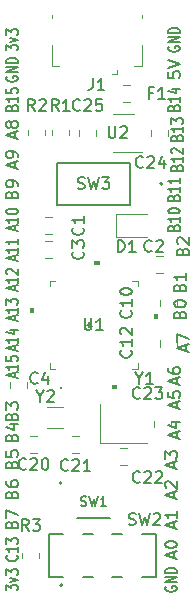
<source format=gbr>
%TF.GenerationSoftware,KiCad,Pcbnew,(5.1.10)-1*%
%TF.CreationDate,2022-01-04T20:26:21-05:00*%
%TF.ProjectId,STM32G441DevBoard,53544d33-3247-4343-9431-446576426f61,rev?*%
%TF.SameCoordinates,Original*%
%TF.FileFunction,Legend,Top*%
%TF.FilePolarity,Positive*%
%FSLAX46Y46*%
G04 Gerber Fmt 4.6, Leading zero omitted, Abs format (unit mm)*
G04 Created by KiCad (PCBNEW (5.1.10)-1) date 2022-01-04 20:26:21*
%MOMM*%
%LPD*%
G01*
G04 APERTURE LIST*
%ADD10C,0.120000*%
%ADD11C,0.100000*%
%ADD12C,0.200000*%
%ADD13C,0.127000*%
%ADD14C,0.150000*%
G04 APERTURE END LIST*
D10*
%TO.C,U1*%
X56553100Y-100241100D02*
X56553100Y-99755140D01*
X56553100Y-92798900D02*
X56067140Y-92798900D01*
X49110900Y-92798900D02*
X49110900Y-93284860D01*
X49110900Y-100241100D02*
X49596860Y-100241100D01*
X56067140Y-100241100D02*
X56553100Y-100241100D01*
X56553100Y-93284860D02*
X56553100Y-92798900D01*
X49596860Y-92798900D02*
X49110900Y-92798900D01*
X49110900Y-99755140D02*
X49110900Y-100241100D01*
D11*
G36*
X54391499Y-101874899D02*
G01*
X54772499Y-101874899D01*
X54772499Y-101620899D01*
X54391499Y-101620899D01*
X54391499Y-101874899D01*
G37*
X54391499Y-101874899D02*
X54772499Y-101874899D01*
X54772499Y-101620899D01*
X54391499Y-101620899D01*
X54391499Y-101874899D01*
G36*
X57932899Y-95960499D02*
G01*
X58186899Y-95960499D01*
X58186899Y-95579499D01*
X57932899Y-95579499D01*
X57932899Y-95960499D01*
G37*
X57932899Y-95960499D02*
X58186899Y-95960499D01*
X58186899Y-95579499D01*
X57932899Y-95579499D01*
X57932899Y-95960499D01*
G36*
X52891499Y-91165101D02*
G01*
X53272500Y-91165101D01*
X53272500Y-91419101D01*
X52891499Y-91419101D01*
X52891499Y-91165101D01*
G37*
X52891499Y-91165101D02*
X53272500Y-91165101D01*
X53272500Y-91419101D01*
X52891499Y-91419101D01*
X52891499Y-91165101D01*
G36*
X47731101Y-95460500D02*
G01*
X47477101Y-95460500D01*
X47477101Y-95079500D01*
X47731101Y-95079500D01*
X47731101Y-95460500D01*
G37*
X47731101Y-95460500D02*
X47477101Y-95460500D01*
X47477101Y-95079500D01*
X47731101Y-95079500D01*
X47731101Y-95460500D01*
D10*
X50158200Y-101870901D02*
G75*
G03*
X50158200Y-101870901I-76200J0D01*
G01*
D12*
%TO.C,SW3*%
X58682000Y-84582000D02*
G75*
G03*
X58682000Y-84582000I-100000J0D01*
G01*
D13*
X55932000Y-82812000D02*
X55932000Y-86352000D01*
X49732000Y-82812000D02*
X55932000Y-82812000D01*
X49732000Y-86352000D02*
X49732000Y-82812000D01*
X55932000Y-86352000D02*
X49732000Y-86352000D01*
D10*
%TO.C,Y2*%
X50205000Y-103519000D02*
X48855000Y-103519000D01*
X50205000Y-105269000D02*
X48855000Y-105269000D01*
%TO.C,Y1*%
X53372000Y-103252000D02*
X53372000Y-106552000D01*
X53372000Y-106552000D02*
X57372000Y-106552000D01*
%TO.C,U2*%
X56272000Y-78654000D02*
X54472000Y-78654000D01*
X54472000Y-81874000D02*
X56922000Y-81874000D01*
D13*
%TO.C,SW2*%
X49094000Y-114278000D02*
X50274000Y-114278000D01*
X56914000Y-114278000D02*
X58094000Y-114278000D01*
X58094000Y-114278000D02*
X58094000Y-117878000D01*
X58094000Y-117878000D02*
X56914000Y-117878000D01*
X50274000Y-117878000D02*
X49094000Y-117878000D01*
X49094000Y-117878000D02*
X49094000Y-114278000D01*
D12*
X50194000Y-118578000D02*
G75*
G03*
X50194000Y-118578000I-100000J0D01*
G01*
D13*
X52774000Y-117878000D02*
X51914000Y-117878000D01*
X51914000Y-114278000D02*
X52774000Y-114278000D01*
X55274000Y-117878000D02*
X54414000Y-117878000D01*
X54414000Y-114278000D02*
X55274000Y-114278000D01*
%TO.C,SW1*%
X51432000Y-112906000D02*
X54232000Y-112906000D01*
D12*
X50132000Y-109906000D02*
G75*
G03*
X50132000Y-109906000I-100000J0D01*
G01*
D10*
%TO.C,R3*%
X46763000Y-116305064D02*
X46763000Y-115850936D01*
X48233000Y-116305064D02*
X48233000Y-115850936D01*
%TO.C,R2*%
X47271000Y-80491064D02*
X47271000Y-80036936D01*
X48741000Y-80491064D02*
X48741000Y-80036936D01*
%TO.C,R1*%
X49303000Y-80491064D02*
X49303000Y-80036936D01*
X50773000Y-80491064D02*
X50773000Y-80036936D01*
%TO.C,J1*%
X56896000Y-74608000D02*
X56236000Y-74608000D01*
X56896000Y-72878000D02*
X56896000Y-74608000D01*
X49276000Y-70308000D02*
X49276000Y-70518000D01*
X56896000Y-70308000D02*
X56896000Y-70518000D01*
X49276000Y-72878000D02*
X49276000Y-74608000D01*
X49276000Y-74608000D02*
X49926000Y-74608000D01*
X54846000Y-75308000D02*
X54396000Y-75308000D01*
X54846000Y-75308000D02*
X54846000Y-74918000D01*
%TO.C,F1*%
X55884578Y-77672000D02*
X55367422Y-77672000D01*
X55884578Y-76252000D02*
X55367422Y-76252000D01*
%TO.C,D1*%
X57388000Y-87178000D02*
X54703000Y-87178000D01*
X54703000Y-87178000D02*
X54703000Y-89098000D01*
X54703000Y-89098000D02*
X57388000Y-89098000D01*
%TO.C,C25*%
X51589000Y-80525252D02*
X51589000Y-80002748D01*
X53059000Y-80525252D02*
X53059000Y-80002748D01*
%TO.C,C24*%
X59155000Y-80002748D02*
X59155000Y-80525252D01*
X57685000Y-80002748D02*
X57685000Y-80525252D01*
%TO.C,C23*%
X57939000Y-105163252D02*
X57939000Y-104640748D01*
X59409000Y-105163252D02*
X59409000Y-104640748D01*
%TO.C,C22*%
X55633252Y-108431000D02*
X55110748Y-108431000D01*
X55633252Y-106961000D02*
X55110748Y-106961000D01*
%TO.C,C21*%
X51046748Y-105945000D02*
X51569252Y-105945000D01*
X51046748Y-107415000D02*
X51569252Y-107415000D01*
%TO.C,C20*%
X48013252Y-107415000D02*
X47490748Y-107415000D01*
X48013252Y-105945000D02*
X47490748Y-105945000D01*
%TO.C,C12*%
X59917000Y-97848748D02*
X59917000Y-98371252D01*
X58447000Y-97848748D02*
X58447000Y-98371252D01*
%TO.C,C10*%
X59917000Y-94414748D02*
X59917000Y-94937252D01*
X58447000Y-94414748D02*
X58447000Y-94937252D01*
%TO.C,C4*%
X45747000Y-101861252D02*
X45747000Y-101338748D01*
X47217000Y-101861252D02*
X47217000Y-101338748D01*
%TO.C,C3*%
X48760748Y-89435000D02*
X49283252Y-89435000D01*
X48760748Y-90905000D02*
X49283252Y-90905000D01*
%TO.C,C2*%
X58158748Y-90705000D02*
X58681252Y-90705000D01*
X58158748Y-92175000D02*
X58681252Y-92175000D01*
%TO.C,C1*%
X48760748Y-87403000D02*
X49283252Y-87403000D01*
X48760748Y-88873000D02*
X49283252Y-88873000D01*
%TO.C,3v3*%
D14*
X45426380Y-73297142D02*
X45426380Y-72825428D01*
X45807333Y-73079428D01*
X45807333Y-72970571D01*
X45854952Y-72898000D01*
X45902571Y-72861714D01*
X45997809Y-72825428D01*
X46235904Y-72825428D01*
X46331142Y-72861714D01*
X46378761Y-72898000D01*
X46426380Y-72970571D01*
X46426380Y-73188285D01*
X46378761Y-73260857D01*
X46331142Y-73297142D01*
X45759714Y-72571428D02*
X46426380Y-72390000D01*
X45759714Y-72208571D01*
X45426380Y-71990857D02*
X45426380Y-71519142D01*
X45807333Y-71773142D01*
X45807333Y-71664285D01*
X45854952Y-71591714D01*
X45902571Y-71555428D01*
X45997809Y-71519142D01*
X46235904Y-71519142D01*
X46331142Y-71555428D01*
X46378761Y-71591714D01*
X46426380Y-71664285D01*
X46426380Y-71882000D01*
X46378761Y-71954571D01*
X46331142Y-71990857D01*
%TO.C,U1*%
X52070095Y-95972380D02*
X52070095Y-96781904D01*
X52117714Y-96877142D01*
X52165333Y-96924761D01*
X52260571Y-96972380D01*
X52451047Y-96972380D01*
X52546285Y-96924761D01*
X52593904Y-96877142D01*
X52641523Y-96781904D01*
X52641523Y-95972380D01*
X53641523Y-96972380D02*
X53070095Y-96972380D01*
X53355809Y-96972380D02*
X53355809Y-95972380D01*
X53260571Y-96115238D01*
X53165333Y-96210476D01*
X53070095Y-96258095D01*
X52284380Y-96520000D02*
X52522476Y-96520000D01*
X52427238Y-96758095D02*
X52522476Y-96520000D01*
X52427238Y-96281904D01*
X52712952Y-96662857D02*
X52522476Y-96520000D01*
X52712952Y-96377142D01*
%TO.C,SW3*%
X51498666Y-84986761D02*
X51641523Y-85034380D01*
X51879619Y-85034380D01*
X51974857Y-84986761D01*
X52022476Y-84939142D01*
X52070095Y-84843904D01*
X52070095Y-84748666D01*
X52022476Y-84653428D01*
X51974857Y-84605809D01*
X51879619Y-84558190D01*
X51689142Y-84510571D01*
X51593904Y-84462952D01*
X51546285Y-84415333D01*
X51498666Y-84320095D01*
X51498666Y-84224857D01*
X51546285Y-84129619D01*
X51593904Y-84082000D01*
X51689142Y-84034380D01*
X51927238Y-84034380D01*
X52070095Y-84082000D01*
X52403428Y-84034380D02*
X52641523Y-85034380D01*
X52832000Y-84320095D01*
X53022476Y-85034380D01*
X53260571Y-84034380D01*
X53546285Y-84034380D02*
X54165333Y-84034380D01*
X53832000Y-84415333D01*
X53974857Y-84415333D01*
X54070095Y-84462952D01*
X54117714Y-84510571D01*
X54165333Y-84605809D01*
X54165333Y-84843904D01*
X54117714Y-84939142D01*
X54070095Y-84986761D01*
X53974857Y-85034380D01*
X53689142Y-85034380D01*
X53593904Y-84986761D01*
X53546285Y-84939142D01*
%TO.C,Y2*%
X48291809Y-102592190D02*
X48291809Y-103068380D01*
X47958476Y-102068380D02*
X48291809Y-102592190D01*
X48625142Y-102068380D01*
X48910857Y-102163619D02*
X48958476Y-102116000D01*
X49053714Y-102068380D01*
X49291809Y-102068380D01*
X49387047Y-102116000D01*
X49434666Y-102163619D01*
X49482285Y-102258857D01*
X49482285Y-102354095D01*
X49434666Y-102496952D01*
X48863238Y-103068380D01*
X49482285Y-103068380D01*
%TO.C,Y1*%
X56673809Y-101068190D02*
X56673809Y-101544380D01*
X56340476Y-100544380D02*
X56673809Y-101068190D01*
X57007142Y-100544380D01*
X57864285Y-101544380D02*
X57292857Y-101544380D01*
X57578571Y-101544380D02*
X57578571Y-100544380D01*
X57483333Y-100687238D01*
X57388095Y-100782476D01*
X57292857Y-100830095D01*
%TO.C,U2*%
X54102095Y-79716380D02*
X54102095Y-80525904D01*
X54149714Y-80621142D01*
X54197333Y-80668761D01*
X54292571Y-80716380D01*
X54483047Y-80716380D01*
X54578285Y-80668761D01*
X54625904Y-80621142D01*
X54673523Y-80525904D01*
X54673523Y-79716380D01*
X55102095Y-79811619D02*
X55149714Y-79764000D01*
X55244952Y-79716380D01*
X55483047Y-79716380D01*
X55578285Y-79764000D01*
X55625904Y-79811619D01*
X55673523Y-79906857D01*
X55673523Y-80002095D01*
X55625904Y-80144952D01*
X55054476Y-80716380D01*
X55673523Y-80716380D01*
%TO.C,SW2*%
X55816666Y-113434761D02*
X55959523Y-113482380D01*
X56197619Y-113482380D01*
X56292857Y-113434761D01*
X56340476Y-113387142D01*
X56388095Y-113291904D01*
X56388095Y-113196666D01*
X56340476Y-113101428D01*
X56292857Y-113053809D01*
X56197619Y-113006190D01*
X56007142Y-112958571D01*
X55911904Y-112910952D01*
X55864285Y-112863333D01*
X55816666Y-112768095D01*
X55816666Y-112672857D01*
X55864285Y-112577619D01*
X55911904Y-112530000D01*
X56007142Y-112482380D01*
X56245238Y-112482380D01*
X56388095Y-112530000D01*
X56721428Y-112482380D02*
X56959523Y-113482380D01*
X57150000Y-112768095D01*
X57340476Y-113482380D01*
X57578571Y-112482380D01*
X57911904Y-112577619D02*
X57959523Y-112530000D01*
X58054761Y-112482380D01*
X58292857Y-112482380D01*
X58388095Y-112530000D01*
X58435714Y-112577619D01*
X58483333Y-112672857D01*
X58483333Y-112768095D01*
X58435714Y-112910952D01*
X57864285Y-113482380D01*
X58483333Y-113482380D01*
%TO.C,SW1*%
X51762886Y-111830552D02*
X51877434Y-111868734D01*
X52068347Y-111868734D01*
X52144712Y-111830552D01*
X52182895Y-111792369D01*
X52221078Y-111716004D01*
X52221078Y-111639639D01*
X52182895Y-111563273D01*
X52144712Y-111525091D01*
X52068347Y-111486908D01*
X51915617Y-111448726D01*
X51839251Y-111410543D01*
X51801069Y-111372360D01*
X51762886Y-111295995D01*
X51762886Y-111219630D01*
X51801069Y-111143265D01*
X51839251Y-111105082D01*
X51915617Y-111066899D01*
X52106530Y-111066899D01*
X52221078Y-111105082D01*
X52488356Y-111066899D02*
X52679269Y-111868734D01*
X52832000Y-111295995D01*
X52984730Y-111868734D01*
X53175643Y-111066899D01*
X53901113Y-111868734D02*
X53442921Y-111868734D01*
X53672017Y-111868734D02*
X53672017Y-111066899D01*
X53595652Y-111181447D01*
X53519287Y-111257812D01*
X53442921Y-111295995D01*
%TO.C,R3*%
X47331333Y-113990380D02*
X46998000Y-113514190D01*
X46759904Y-113990380D02*
X46759904Y-112990380D01*
X47140857Y-112990380D01*
X47236095Y-113038000D01*
X47283714Y-113085619D01*
X47331333Y-113180857D01*
X47331333Y-113323714D01*
X47283714Y-113418952D01*
X47236095Y-113466571D01*
X47140857Y-113514190D01*
X46759904Y-113514190D01*
X47664666Y-112990380D02*
X48283714Y-112990380D01*
X47950380Y-113371333D01*
X48093238Y-113371333D01*
X48188476Y-113418952D01*
X48236095Y-113466571D01*
X48283714Y-113561809D01*
X48283714Y-113799904D01*
X48236095Y-113895142D01*
X48188476Y-113942761D01*
X48093238Y-113990380D01*
X47807523Y-113990380D01*
X47712285Y-113942761D01*
X47664666Y-113895142D01*
%TO.C,R2*%
X47839333Y-78430380D02*
X47506000Y-77954190D01*
X47267904Y-78430380D02*
X47267904Y-77430380D01*
X47648857Y-77430380D01*
X47744095Y-77478000D01*
X47791714Y-77525619D01*
X47839333Y-77620857D01*
X47839333Y-77763714D01*
X47791714Y-77858952D01*
X47744095Y-77906571D01*
X47648857Y-77954190D01*
X47267904Y-77954190D01*
X48220285Y-77525619D02*
X48267904Y-77478000D01*
X48363142Y-77430380D01*
X48601238Y-77430380D01*
X48696476Y-77478000D01*
X48744095Y-77525619D01*
X48791714Y-77620857D01*
X48791714Y-77716095D01*
X48744095Y-77858952D01*
X48172666Y-78430380D01*
X48791714Y-78430380D01*
%TO.C,R1*%
X49871333Y-78430380D02*
X49538000Y-77954190D01*
X49299904Y-78430380D02*
X49299904Y-77430380D01*
X49680857Y-77430380D01*
X49776095Y-77478000D01*
X49823714Y-77525619D01*
X49871333Y-77620857D01*
X49871333Y-77763714D01*
X49823714Y-77858952D01*
X49776095Y-77906571D01*
X49680857Y-77954190D01*
X49299904Y-77954190D01*
X50823714Y-78430380D02*
X50252285Y-78430380D01*
X50538000Y-78430380D02*
X50538000Y-77430380D01*
X50442761Y-77573238D01*
X50347523Y-77668476D01*
X50252285Y-77716095D01*
%TO.C,C13*%
X46331142Y-116059857D02*
X46378761Y-116096142D01*
X46426380Y-116205000D01*
X46426380Y-116277571D01*
X46378761Y-116386428D01*
X46283523Y-116459000D01*
X46188285Y-116495285D01*
X45997809Y-116531571D01*
X45854952Y-116531571D01*
X45664476Y-116495285D01*
X45569238Y-116459000D01*
X45474000Y-116386428D01*
X45426380Y-116277571D01*
X45426380Y-116205000D01*
X45474000Y-116096142D01*
X45521619Y-116059857D01*
X46426380Y-115334142D02*
X46426380Y-115769571D01*
X46426380Y-115551857D02*
X45426380Y-115551857D01*
X45569238Y-115624428D01*
X45664476Y-115697000D01*
X45712095Y-115769571D01*
X45426380Y-115080142D02*
X45426380Y-114608428D01*
X45807333Y-114862428D01*
X45807333Y-114753571D01*
X45854952Y-114681000D01*
X45902571Y-114644714D01*
X45997809Y-114608428D01*
X46235904Y-114608428D01*
X46331142Y-114644714D01*
X46378761Y-114681000D01*
X46426380Y-114753571D01*
X46426380Y-114971285D01*
X46378761Y-115043857D01*
X46331142Y-115080142D01*
%TO.C,J1*%
X52752666Y-75650380D02*
X52752666Y-76364666D01*
X52705047Y-76507523D01*
X52609809Y-76602761D01*
X52466952Y-76650380D01*
X52371714Y-76650380D01*
X53752666Y-76650380D02*
X53181238Y-76650380D01*
X53466952Y-76650380D02*
X53466952Y-75650380D01*
X53371714Y-75793238D01*
X53276476Y-75888476D01*
X53181238Y-75936095D01*
%TO.C,GND*%
X59190000Y-72970571D02*
X59142380Y-73043142D01*
X59142380Y-73152000D01*
X59190000Y-73260857D01*
X59285238Y-73333428D01*
X59380476Y-73369714D01*
X59570952Y-73406000D01*
X59713809Y-73406000D01*
X59904285Y-73369714D01*
X59999523Y-73333428D01*
X60094761Y-73260857D01*
X60142380Y-73152000D01*
X60142380Y-73079428D01*
X60094761Y-72970571D01*
X60047142Y-72934285D01*
X59713809Y-72934285D01*
X59713809Y-73079428D01*
X60142380Y-72607714D02*
X59142380Y-72607714D01*
X60142380Y-72172285D01*
X59142380Y-72172285D01*
X60142380Y-71809428D02*
X59142380Y-71809428D01*
X59142380Y-71628000D01*
X59190000Y-71519142D01*
X59285238Y-71446571D01*
X59380476Y-71410285D01*
X59570952Y-71374000D01*
X59713809Y-71374000D01*
X59904285Y-71410285D01*
X59999523Y-71446571D01*
X60094761Y-71519142D01*
X60142380Y-71628000D01*
X60142380Y-71809428D01*
X58936000Y-118690571D02*
X58888380Y-118763142D01*
X58888380Y-118872000D01*
X58936000Y-118980857D01*
X59031238Y-119053428D01*
X59126476Y-119089714D01*
X59316952Y-119126000D01*
X59459809Y-119126000D01*
X59650285Y-119089714D01*
X59745523Y-119053428D01*
X59840761Y-118980857D01*
X59888380Y-118872000D01*
X59888380Y-118799428D01*
X59840761Y-118690571D01*
X59793142Y-118654285D01*
X59459809Y-118654285D01*
X59459809Y-118799428D01*
X59888380Y-118327714D02*
X58888380Y-118327714D01*
X59888380Y-117892285D01*
X58888380Y-117892285D01*
X59888380Y-117529428D02*
X58888380Y-117529428D01*
X58888380Y-117348000D01*
X58936000Y-117239142D01*
X59031238Y-117166571D01*
X59126476Y-117130285D01*
X59316952Y-117094000D01*
X59459809Y-117094000D01*
X59650285Y-117130285D01*
X59745523Y-117166571D01*
X59840761Y-117239142D01*
X59888380Y-117348000D01*
X59888380Y-117529428D01*
X45474000Y-75510571D02*
X45426380Y-75583142D01*
X45426380Y-75692000D01*
X45474000Y-75800857D01*
X45569238Y-75873428D01*
X45664476Y-75909714D01*
X45854952Y-75946000D01*
X45997809Y-75946000D01*
X46188285Y-75909714D01*
X46283523Y-75873428D01*
X46378761Y-75800857D01*
X46426380Y-75692000D01*
X46426380Y-75619428D01*
X46378761Y-75510571D01*
X46331142Y-75474285D01*
X45997809Y-75474285D01*
X45997809Y-75619428D01*
X46426380Y-75147714D02*
X45426380Y-75147714D01*
X46426380Y-74712285D01*
X45426380Y-74712285D01*
X46426380Y-74349428D02*
X45426380Y-74349428D01*
X45426380Y-74168000D01*
X45474000Y-74059142D01*
X45569238Y-73986571D01*
X45664476Y-73950285D01*
X45854952Y-73914000D01*
X45997809Y-73914000D01*
X46188285Y-73950285D01*
X46283523Y-73986571D01*
X46378761Y-74059142D01*
X46426380Y-74168000D01*
X46426380Y-74349428D01*
%TO.C,F1*%
X57832666Y-76890571D02*
X57499333Y-76890571D01*
X57499333Y-77414380D02*
X57499333Y-76414380D01*
X57975523Y-76414380D01*
X58880285Y-77414380D02*
X58308857Y-77414380D01*
X58594571Y-77414380D02*
X58594571Y-76414380D01*
X58499333Y-76557238D01*
X58404095Y-76652476D01*
X58308857Y-76700095D01*
%TO.C,D1*%
X54887904Y-90368380D02*
X54887904Y-89368380D01*
X55126000Y-89368380D01*
X55268857Y-89416000D01*
X55364095Y-89511238D01*
X55411714Y-89606476D01*
X55459333Y-89796952D01*
X55459333Y-89939809D01*
X55411714Y-90130285D01*
X55364095Y-90225523D01*
X55268857Y-90320761D01*
X55126000Y-90368380D01*
X54887904Y-90368380D01*
X56411714Y-90368380D02*
X55840285Y-90368380D01*
X56126000Y-90368380D02*
X56126000Y-89368380D01*
X56030761Y-89511238D01*
X55935523Y-89606476D01*
X55840285Y-89654095D01*
%TO.C,C25*%
X51681142Y-78335142D02*
X51633523Y-78382761D01*
X51490666Y-78430380D01*
X51395428Y-78430380D01*
X51252571Y-78382761D01*
X51157333Y-78287523D01*
X51109714Y-78192285D01*
X51062095Y-78001809D01*
X51062095Y-77858952D01*
X51109714Y-77668476D01*
X51157333Y-77573238D01*
X51252571Y-77478000D01*
X51395428Y-77430380D01*
X51490666Y-77430380D01*
X51633523Y-77478000D01*
X51681142Y-77525619D01*
X52062095Y-77525619D02*
X52109714Y-77478000D01*
X52204952Y-77430380D01*
X52443047Y-77430380D01*
X52538285Y-77478000D01*
X52585904Y-77525619D01*
X52633523Y-77620857D01*
X52633523Y-77716095D01*
X52585904Y-77858952D01*
X52014476Y-78430380D01*
X52633523Y-78430380D01*
X53538285Y-77430380D02*
X53062095Y-77430380D01*
X53014476Y-77906571D01*
X53062095Y-77858952D01*
X53157333Y-77811333D01*
X53395428Y-77811333D01*
X53490666Y-77858952D01*
X53538285Y-77906571D01*
X53585904Y-78001809D01*
X53585904Y-78239904D01*
X53538285Y-78335142D01*
X53490666Y-78382761D01*
X53395428Y-78430380D01*
X53157333Y-78430380D01*
X53062095Y-78382761D01*
X53014476Y-78335142D01*
%TO.C,C24*%
X57015142Y-83161142D02*
X56967523Y-83208761D01*
X56824666Y-83256380D01*
X56729428Y-83256380D01*
X56586571Y-83208761D01*
X56491333Y-83113523D01*
X56443714Y-83018285D01*
X56396095Y-82827809D01*
X56396095Y-82684952D01*
X56443714Y-82494476D01*
X56491333Y-82399238D01*
X56586571Y-82304000D01*
X56729428Y-82256380D01*
X56824666Y-82256380D01*
X56967523Y-82304000D01*
X57015142Y-82351619D01*
X57396095Y-82351619D02*
X57443714Y-82304000D01*
X57538952Y-82256380D01*
X57777047Y-82256380D01*
X57872285Y-82304000D01*
X57919904Y-82351619D01*
X57967523Y-82446857D01*
X57967523Y-82542095D01*
X57919904Y-82684952D01*
X57348476Y-83256380D01*
X57967523Y-83256380D01*
X58824666Y-82589714D02*
X58824666Y-83256380D01*
X58586571Y-82208761D02*
X58348476Y-82923047D01*
X58967523Y-82923047D01*
%TO.C,C23*%
X56761142Y-102719142D02*
X56713523Y-102766761D01*
X56570666Y-102814380D01*
X56475428Y-102814380D01*
X56332571Y-102766761D01*
X56237333Y-102671523D01*
X56189714Y-102576285D01*
X56142095Y-102385809D01*
X56142095Y-102242952D01*
X56189714Y-102052476D01*
X56237333Y-101957238D01*
X56332571Y-101862000D01*
X56475428Y-101814380D01*
X56570666Y-101814380D01*
X56713523Y-101862000D01*
X56761142Y-101909619D01*
X57142095Y-101909619D02*
X57189714Y-101862000D01*
X57284952Y-101814380D01*
X57523047Y-101814380D01*
X57618285Y-101862000D01*
X57665904Y-101909619D01*
X57713523Y-102004857D01*
X57713523Y-102100095D01*
X57665904Y-102242952D01*
X57094476Y-102814380D01*
X57713523Y-102814380D01*
X58046857Y-101814380D02*
X58665904Y-101814380D01*
X58332571Y-102195333D01*
X58475428Y-102195333D01*
X58570666Y-102242952D01*
X58618285Y-102290571D01*
X58665904Y-102385809D01*
X58665904Y-102623904D01*
X58618285Y-102719142D01*
X58570666Y-102766761D01*
X58475428Y-102814380D01*
X58189714Y-102814380D01*
X58094476Y-102766761D01*
X58046857Y-102719142D01*
%TO.C,C22*%
X56761142Y-109831142D02*
X56713523Y-109878761D01*
X56570666Y-109926380D01*
X56475428Y-109926380D01*
X56332571Y-109878761D01*
X56237333Y-109783523D01*
X56189714Y-109688285D01*
X56142095Y-109497809D01*
X56142095Y-109354952D01*
X56189714Y-109164476D01*
X56237333Y-109069238D01*
X56332571Y-108974000D01*
X56475428Y-108926380D01*
X56570666Y-108926380D01*
X56713523Y-108974000D01*
X56761142Y-109021619D01*
X57142095Y-109021619D02*
X57189714Y-108974000D01*
X57284952Y-108926380D01*
X57523047Y-108926380D01*
X57618285Y-108974000D01*
X57665904Y-109021619D01*
X57713523Y-109116857D01*
X57713523Y-109212095D01*
X57665904Y-109354952D01*
X57094476Y-109926380D01*
X57713523Y-109926380D01*
X58094476Y-109021619D02*
X58142095Y-108974000D01*
X58237333Y-108926380D01*
X58475428Y-108926380D01*
X58570666Y-108974000D01*
X58618285Y-109021619D01*
X58665904Y-109116857D01*
X58665904Y-109212095D01*
X58618285Y-109354952D01*
X58046857Y-109926380D01*
X58665904Y-109926380D01*
%TO.C,C21*%
X50665142Y-108815142D02*
X50617523Y-108862761D01*
X50474666Y-108910380D01*
X50379428Y-108910380D01*
X50236571Y-108862761D01*
X50141333Y-108767523D01*
X50093714Y-108672285D01*
X50046095Y-108481809D01*
X50046095Y-108338952D01*
X50093714Y-108148476D01*
X50141333Y-108053238D01*
X50236571Y-107958000D01*
X50379428Y-107910380D01*
X50474666Y-107910380D01*
X50617523Y-107958000D01*
X50665142Y-108005619D01*
X51046095Y-108005619D02*
X51093714Y-107958000D01*
X51188952Y-107910380D01*
X51427047Y-107910380D01*
X51522285Y-107958000D01*
X51569904Y-108005619D01*
X51617523Y-108100857D01*
X51617523Y-108196095D01*
X51569904Y-108338952D01*
X50998476Y-108910380D01*
X51617523Y-108910380D01*
X52569904Y-108910380D02*
X51998476Y-108910380D01*
X52284190Y-108910380D02*
X52284190Y-107910380D01*
X52188952Y-108053238D01*
X52093714Y-108148476D01*
X51998476Y-108196095D01*
%TO.C,C20*%
X47109142Y-108717142D02*
X47061523Y-108764761D01*
X46918666Y-108812380D01*
X46823428Y-108812380D01*
X46680571Y-108764761D01*
X46585333Y-108669523D01*
X46537714Y-108574285D01*
X46490095Y-108383809D01*
X46490095Y-108240952D01*
X46537714Y-108050476D01*
X46585333Y-107955238D01*
X46680571Y-107860000D01*
X46823428Y-107812380D01*
X46918666Y-107812380D01*
X47061523Y-107860000D01*
X47109142Y-107907619D01*
X47490095Y-107907619D02*
X47537714Y-107860000D01*
X47632952Y-107812380D01*
X47871047Y-107812380D01*
X47966285Y-107860000D01*
X48013904Y-107907619D01*
X48061523Y-108002857D01*
X48061523Y-108098095D01*
X48013904Y-108240952D01*
X47442476Y-108812380D01*
X48061523Y-108812380D01*
X48680571Y-107812380D02*
X48775809Y-107812380D01*
X48871047Y-107860000D01*
X48918666Y-107907619D01*
X48966285Y-108002857D01*
X49013904Y-108193333D01*
X49013904Y-108431428D01*
X48966285Y-108621904D01*
X48918666Y-108717142D01*
X48871047Y-108764761D01*
X48775809Y-108812380D01*
X48680571Y-108812380D01*
X48585333Y-108764761D01*
X48537714Y-108717142D01*
X48490095Y-108621904D01*
X48442476Y-108431428D01*
X48442476Y-108193333D01*
X48490095Y-108002857D01*
X48537714Y-107907619D01*
X48585333Y-107860000D01*
X48680571Y-107812380D01*
%TO.C,C12*%
X55983142Y-98686857D02*
X56030761Y-98734476D01*
X56078380Y-98877333D01*
X56078380Y-98972571D01*
X56030761Y-99115428D01*
X55935523Y-99210666D01*
X55840285Y-99258285D01*
X55649809Y-99305904D01*
X55506952Y-99305904D01*
X55316476Y-99258285D01*
X55221238Y-99210666D01*
X55126000Y-99115428D01*
X55078380Y-98972571D01*
X55078380Y-98877333D01*
X55126000Y-98734476D01*
X55173619Y-98686857D01*
X56078380Y-97734476D02*
X56078380Y-98305904D01*
X56078380Y-98020190D02*
X55078380Y-98020190D01*
X55221238Y-98115428D01*
X55316476Y-98210666D01*
X55364095Y-98305904D01*
X55173619Y-97353523D02*
X55126000Y-97305904D01*
X55078380Y-97210666D01*
X55078380Y-96972571D01*
X55126000Y-96877333D01*
X55173619Y-96829714D01*
X55268857Y-96782095D01*
X55364095Y-96782095D01*
X55506952Y-96829714D01*
X56078380Y-97401142D01*
X56078380Y-96782095D01*
%TO.C,C10*%
X55983142Y-95318857D02*
X56030761Y-95366476D01*
X56078380Y-95509333D01*
X56078380Y-95604571D01*
X56030761Y-95747428D01*
X55935523Y-95842666D01*
X55840285Y-95890285D01*
X55649809Y-95937904D01*
X55506952Y-95937904D01*
X55316476Y-95890285D01*
X55221238Y-95842666D01*
X55126000Y-95747428D01*
X55078380Y-95604571D01*
X55078380Y-95509333D01*
X55126000Y-95366476D01*
X55173619Y-95318857D01*
X56078380Y-94366476D02*
X56078380Y-94937904D01*
X56078380Y-94652190D02*
X55078380Y-94652190D01*
X55221238Y-94747428D01*
X55316476Y-94842666D01*
X55364095Y-94937904D01*
X55078380Y-93747428D02*
X55078380Y-93652190D01*
X55126000Y-93556952D01*
X55173619Y-93509333D01*
X55268857Y-93461714D01*
X55459333Y-93414095D01*
X55697428Y-93414095D01*
X55887904Y-93461714D01*
X55983142Y-93509333D01*
X56030761Y-93556952D01*
X56078380Y-93652190D01*
X56078380Y-93747428D01*
X56030761Y-93842666D01*
X55983142Y-93890285D01*
X55887904Y-93937904D01*
X55697428Y-93985523D01*
X55459333Y-93985523D01*
X55268857Y-93937904D01*
X55173619Y-93890285D01*
X55126000Y-93842666D01*
X55078380Y-93747428D01*
%TO.C,C4*%
X48093333Y-101449142D02*
X48045714Y-101496761D01*
X47902857Y-101544380D01*
X47807619Y-101544380D01*
X47664761Y-101496761D01*
X47569523Y-101401523D01*
X47521904Y-101306285D01*
X47474285Y-101115809D01*
X47474285Y-100972952D01*
X47521904Y-100782476D01*
X47569523Y-100687238D01*
X47664761Y-100592000D01*
X47807619Y-100544380D01*
X47902857Y-100544380D01*
X48045714Y-100592000D01*
X48093333Y-100639619D01*
X48950476Y-100877714D02*
X48950476Y-101544380D01*
X48712380Y-100496761D02*
X48474285Y-101211047D01*
X49093333Y-101211047D01*
%TO.C,C3*%
X51919142Y-90336666D02*
X51966761Y-90384285D01*
X52014380Y-90527142D01*
X52014380Y-90622380D01*
X51966761Y-90765238D01*
X51871523Y-90860476D01*
X51776285Y-90908095D01*
X51585809Y-90955714D01*
X51442952Y-90955714D01*
X51252476Y-90908095D01*
X51157238Y-90860476D01*
X51062000Y-90765238D01*
X51014380Y-90622380D01*
X51014380Y-90527142D01*
X51062000Y-90384285D01*
X51109619Y-90336666D01*
X51014380Y-90003333D02*
X51014380Y-89384285D01*
X51395333Y-89717619D01*
X51395333Y-89574761D01*
X51442952Y-89479523D01*
X51490571Y-89431904D01*
X51585809Y-89384285D01*
X51823904Y-89384285D01*
X51919142Y-89431904D01*
X51966761Y-89479523D01*
X52014380Y-89574761D01*
X52014380Y-89860476D01*
X51966761Y-89955714D01*
X51919142Y-90003333D01*
%TO.C,C2*%
X57745333Y-90273142D02*
X57697714Y-90320761D01*
X57554857Y-90368380D01*
X57459619Y-90368380D01*
X57316761Y-90320761D01*
X57221523Y-90225523D01*
X57173904Y-90130285D01*
X57126285Y-89939809D01*
X57126285Y-89796952D01*
X57173904Y-89606476D01*
X57221523Y-89511238D01*
X57316761Y-89416000D01*
X57459619Y-89368380D01*
X57554857Y-89368380D01*
X57697714Y-89416000D01*
X57745333Y-89463619D01*
X58126285Y-89463619D02*
X58173904Y-89416000D01*
X58269142Y-89368380D01*
X58507238Y-89368380D01*
X58602476Y-89416000D01*
X58650095Y-89463619D01*
X58697714Y-89558857D01*
X58697714Y-89654095D01*
X58650095Y-89796952D01*
X58078666Y-90368380D01*
X58697714Y-90368380D01*
%TO.C,C1*%
X51919142Y-88304666D02*
X51966761Y-88352285D01*
X52014380Y-88495142D01*
X52014380Y-88590380D01*
X51966761Y-88733238D01*
X51871523Y-88828476D01*
X51776285Y-88876095D01*
X51585809Y-88923714D01*
X51442952Y-88923714D01*
X51252476Y-88876095D01*
X51157238Y-88828476D01*
X51062000Y-88733238D01*
X51014380Y-88590380D01*
X51014380Y-88495142D01*
X51062000Y-88352285D01*
X51109619Y-88304666D01*
X52014380Y-87352285D02*
X52014380Y-87923714D01*
X52014380Y-87638000D02*
X51014380Y-87638000D01*
X51157238Y-87733238D01*
X51252476Y-87828476D01*
X51300095Y-87923714D01*
%TO.C,B15*%
X45902571Y-78141285D02*
X45950190Y-78032428D01*
X45997809Y-77996142D01*
X46093047Y-77959857D01*
X46235904Y-77959857D01*
X46331142Y-77996142D01*
X46378761Y-78032428D01*
X46426380Y-78105000D01*
X46426380Y-78395285D01*
X45426380Y-78395285D01*
X45426380Y-78141285D01*
X45474000Y-78068714D01*
X45521619Y-78032428D01*
X45616857Y-77996142D01*
X45712095Y-77996142D01*
X45807333Y-78032428D01*
X45854952Y-78068714D01*
X45902571Y-78141285D01*
X45902571Y-78395285D01*
X46426380Y-77234142D02*
X46426380Y-77669571D01*
X46426380Y-77451857D02*
X45426380Y-77451857D01*
X45569238Y-77524428D01*
X45664476Y-77597000D01*
X45712095Y-77669571D01*
X45426380Y-76544714D02*
X45426380Y-76907571D01*
X45902571Y-76943857D01*
X45854952Y-76907571D01*
X45807333Y-76835000D01*
X45807333Y-76653571D01*
X45854952Y-76581000D01*
X45902571Y-76544714D01*
X45997809Y-76508428D01*
X46235904Y-76508428D01*
X46331142Y-76544714D01*
X46378761Y-76581000D01*
X46426380Y-76653571D01*
X46426380Y-76835000D01*
X46378761Y-76907571D01*
X46331142Y-76943857D01*
%TO.C,B14*%
X59618571Y-78141285D02*
X59666190Y-78032428D01*
X59713809Y-77996142D01*
X59809047Y-77959857D01*
X59951904Y-77959857D01*
X60047142Y-77996142D01*
X60094761Y-78032428D01*
X60142380Y-78105000D01*
X60142380Y-78395285D01*
X59142380Y-78395285D01*
X59142380Y-78141285D01*
X59190000Y-78068714D01*
X59237619Y-78032428D01*
X59332857Y-77996142D01*
X59428095Y-77996142D01*
X59523333Y-78032428D01*
X59570952Y-78068714D01*
X59618571Y-78141285D01*
X59618571Y-78395285D01*
X60142380Y-77234142D02*
X60142380Y-77669571D01*
X60142380Y-77451857D02*
X59142380Y-77451857D01*
X59285238Y-77524428D01*
X59380476Y-77597000D01*
X59428095Y-77669571D01*
X59475714Y-76581000D02*
X60142380Y-76581000D01*
X59094761Y-76762428D02*
X59809047Y-76943857D01*
X59809047Y-76472142D01*
%TO.C,B13*%
X59872571Y-80681285D02*
X59920190Y-80572428D01*
X59967809Y-80536142D01*
X60063047Y-80499857D01*
X60205904Y-80499857D01*
X60301142Y-80536142D01*
X60348761Y-80572428D01*
X60396380Y-80645000D01*
X60396380Y-80935285D01*
X59396380Y-80935285D01*
X59396380Y-80681285D01*
X59444000Y-80608714D01*
X59491619Y-80572428D01*
X59586857Y-80536142D01*
X59682095Y-80536142D01*
X59777333Y-80572428D01*
X59824952Y-80608714D01*
X59872571Y-80681285D01*
X59872571Y-80935285D01*
X60396380Y-79774142D02*
X60396380Y-80209571D01*
X60396380Y-79991857D02*
X59396380Y-79991857D01*
X59539238Y-80064428D01*
X59634476Y-80137000D01*
X59682095Y-80209571D01*
X59396380Y-79520142D02*
X59396380Y-79048428D01*
X59777333Y-79302428D01*
X59777333Y-79193571D01*
X59824952Y-79121000D01*
X59872571Y-79084714D01*
X59967809Y-79048428D01*
X60205904Y-79048428D01*
X60301142Y-79084714D01*
X60348761Y-79121000D01*
X60396380Y-79193571D01*
X60396380Y-79411285D01*
X60348761Y-79483857D01*
X60301142Y-79520142D01*
%TO.C,B12*%
X59872571Y-83221285D02*
X59920190Y-83112428D01*
X59967809Y-83076142D01*
X60063047Y-83039857D01*
X60205904Y-83039857D01*
X60301142Y-83076142D01*
X60348761Y-83112428D01*
X60396380Y-83185000D01*
X60396380Y-83475285D01*
X59396380Y-83475285D01*
X59396380Y-83221285D01*
X59444000Y-83148714D01*
X59491619Y-83112428D01*
X59586857Y-83076142D01*
X59682095Y-83076142D01*
X59777333Y-83112428D01*
X59824952Y-83148714D01*
X59872571Y-83221285D01*
X59872571Y-83475285D01*
X60396380Y-82314142D02*
X60396380Y-82749571D01*
X60396380Y-82531857D02*
X59396380Y-82531857D01*
X59539238Y-82604428D01*
X59634476Y-82677000D01*
X59682095Y-82749571D01*
X59491619Y-82023857D02*
X59444000Y-81987571D01*
X59396380Y-81915000D01*
X59396380Y-81733571D01*
X59444000Y-81661000D01*
X59491619Y-81624714D01*
X59586857Y-81588428D01*
X59682095Y-81588428D01*
X59824952Y-81624714D01*
X60396380Y-82060142D01*
X60396380Y-81588428D01*
%TO.C,B11*%
X59618571Y-85761285D02*
X59666190Y-85652428D01*
X59713809Y-85616142D01*
X59809047Y-85579857D01*
X59951904Y-85579857D01*
X60047142Y-85616142D01*
X60094761Y-85652428D01*
X60142380Y-85725000D01*
X60142380Y-86015285D01*
X59142380Y-86015285D01*
X59142380Y-85761285D01*
X59190000Y-85688714D01*
X59237619Y-85652428D01*
X59332857Y-85616142D01*
X59428095Y-85616142D01*
X59523333Y-85652428D01*
X59570952Y-85688714D01*
X59618571Y-85761285D01*
X59618571Y-86015285D01*
X60142380Y-84854142D02*
X60142380Y-85289571D01*
X60142380Y-85071857D02*
X59142380Y-85071857D01*
X59285238Y-85144428D01*
X59380476Y-85217000D01*
X59428095Y-85289571D01*
X60142380Y-84128428D02*
X60142380Y-84563857D01*
X60142380Y-84346142D02*
X59142380Y-84346142D01*
X59285238Y-84418714D01*
X59380476Y-84491285D01*
X59428095Y-84563857D01*
%TO.C,B10*%
X59618571Y-88301285D02*
X59666190Y-88192428D01*
X59713809Y-88156142D01*
X59809047Y-88119857D01*
X59951904Y-88119857D01*
X60047142Y-88156142D01*
X60094761Y-88192428D01*
X60142380Y-88265000D01*
X60142380Y-88555285D01*
X59142380Y-88555285D01*
X59142380Y-88301285D01*
X59190000Y-88228714D01*
X59237619Y-88192428D01*
X59332857Y-88156142D01*
X59428095Y-88156142D01*
X59523333Y-88192428D01*
X59570952Y-88228714D01*
X59618571Y-88301285D01*
X59618571Y-88555285D01*
X60142380Y-87394142D02*
X60142380Y-87829571D01*
X60142380Y-87611857D02*
X59142380Y-87611857D01*
X59285238Y-87684428D01*
X59380476Y-87757000D01*
X59428095Y-87829571D01*
X59142380Y-86922428D02*
X59142380Y-86849857D01*
X59190000Y-86777285D01*
X59237619Y-86741000D01*
X59332857Y-86704714D01*
X59523333Y-86668428D01*
X59761428Y-86668428D01*
X59951904Y-86704714D01*
X60047142Y-86741000D01*
X60094761Y-86777285D01*
X60142380Y-86849857D01*
X60142380Y-86922428D01*
X60094761Y-86995000D01*
X60047142Y-87031285D01*
X59951904Y-87067571D01*
X59761428Y-87103857D01*
X59523333Y-87103857D01*
X59332857Y-87067571D01*
X59237619Y-87031285D01*
X59190000Y-86995000D01*
X59142380Y-86922428D01*
%TO.C,B9*%
X45902571Y-85494761D02*
X45950190Y-85351904D01*
X45997809Y-85304285D01*
X46093047Y-85256666D01*
X46235904Y-85256666D01*
X46331142Y-85304285D01*
X46378761Y-85351904D01*
X46426380Y-85447142D01*
X46426380Y-85828095D01*
X45426380Y-85828095D01*
X45426380Y-85494761D01*
X45474000Y-85399523D01*
X45521619Y-85351904D01*
X45616857Y-85304285D01*
X45712095Y-85304285D01*
X45807333Y-85351904D01*
X45854952Y-85399523D01*
X45902571Y-85494761D01*
X45902571Y-85828095D01*
X46426380Y-84780476D02*
X46426380Y-84590000D01*
X46378761Y-84494761D01*
X46331142Y-84447142D01*
X46188285Y-84351904D01*
X45997809Y-84304285D01*
X45616857Y-84304285D01*
X45521619Y-84351904D01*
X45474000Y-84399523D01*
X45426380Y-84494761D01*
X45426380Y-84685238D01*
X45474000Y-84780476D01*
X45521619Y-84828095D01*
X45616857Y-84875714D01*
X45854952Y-84875714D01*
X45950190Y-84828095D01*
X45997809Y-84780476D01*
X46045428Y-84685238D01*
X46045428Y-84494761D01*
X45997809Y-84399523D01*
X45950190Y-84351904D01*
X45854952Y-84304285D01*
%TO.C,B7*%
X45902571Y-113434761D02*
X45950190Y-113291904D01*
X45997809Y-113244285D01*
X46093047Y-113196666D01*
X46235904Y-113196666D01*
X46331142Y-113244285D01*
X46378761Y-113291904D01*
X46426380Y-113387142D01*
X46426380Y-113768095D01*
X45426380Y-113768095D01*
X45426380Y-113434761D01*
X45474000Y-113339523D01*
X45521619Y-113291904D01*
X45616857Y-113244285D01*
X45712095Y-113244285D01*
X45807333Y-113291904D01*
X45854952Y-113339523D01*
X45902571Y-113434761D01*
X45902571Y-113768095D01*
X45426380Y-112863333D02*
X45426380Y-112196666D01*
X46426380Y-112625238D01*
%TO.C,B6*%
X45902571Y-110894761D02*
X45950190Y-110751904D01*
X45997809Y-110704285D01*
X46093047Y-110656666D01*
X46235904Y-110656666D01*
X46331142Y-110704285D01*
X46378761Y-110751904D01*
X46426380Y-110847142D01*
X46426380Y-111228095D01*
X45426380Y-111228095D01*
X45426380Y-110894761D01*
X45474000Y-110799523D01*
X45521619Y-110751904D01*
X45616857Y-110704285D01*
X45712095Y-110704285D01*
X45807333Y-110751904D01*
X45854952Y-110799523D01*
X45902571Y-110894761D01*
X45902571Y-111228095D01*
X45426380Y-109799523D02*
X45426380Y-109990000D01*
X45474000Y-110085238D01*
X45521619Y-110132857D01*
X45664476Y-110228095D01*
X45854952Y-110275714D01*
X46235904Y-110275714D01*
X46331142Y-110228095D01*
X46378761Y-110180476D01*
X46426380Y-110085238D01*
X46426380Y-109894761D01*
X46378761Y-109799523D01*
X46331142Y-109751904D01*
X46235904Y-109704285D01*
X45997809Y-109704285D01*
X45902571Y-109751904D01*
X45854952Y-109799523D01*
X45807333Y-109894761D01*
X45807333Y-110085238D01*
X45854952Y-110180476D01*
X45902571Y-110228095D01*
X45997809Y-110275714D01*
%TO.C,B5*%
X45902571Y-108354761D02*
X45950190Y-108211904D01*
X45997809Y-108164285D01*
X46093047Y-108116666D01*
X46235904Y-108116666D01*
X46331142Y-108164285D01*
X46378761Y-108211904D01*
X46426380Y-108307142D01*
X46426380Y-108688095D01*
X45426380Y-108688095D01*
X45426380Y-108354761D01*
X45474000Y-108259523D01*
X45521619Y-108211904D01*
X45616857Y-108164285D01*
X45712095Y-108164285D01*
X45807333Y-108211904D01*
X45854952Y-108259523D01*
X45902571Y-108354761D01*
X45902571Y-108688095D01*
X45426380Y-107211904D02*
X45426380Y-107688095D01*
X45902571Y-107735714D01*
X45854952Y-107688095D01*
X45807333Y-107592857D01*
X45807333Y-107354761D01*
X45854952Y-107259523D01*
X45902571Y-107211904D01*
X45997809Y-107164285D01*
X46235904Y-107164285D01*
X46331142Y-107211904D01*
X46378761Y-107259523D01*
X46426380Y-107354761D01*
X46426380Y-107592857D01*
X46378761Y-107688095D01*
X46331142Y-107735714D01*
%TO.C,B4*%
X45902571Y-106068761D02*
X45950190Y-105925904D01*
X45997809Y-105878285D01*
X46093047Y-105830666D01*
X46235904Y-105830666D01*
X46331142Y-105878285D01*
X46378761Y-105925904D01*
X46426380Y-106021142D01*
X46426380Y-106402095D01*
X45426380Y-106402095D01*
X45426380Y-106068761D01*
X45474000Y-105973523D01*
X45521619Y-105925904D01*
X45616857Y-105878285D01*
X45712095Y-105878285D01*
X45807333Y-105925904D01*
X45854952Y-105973523D01*
X45902571Y-106068761D01*
X45902571Y-106402095D01*
X45759714Y-104973523D02*
X46426380Y-104973523D01*
X45378761Y-105211619D02*
X46093047Y-105449714D01*
X46093047Y-104830666D01*
%TO.C,B3*%
X45902571Y-104290761D02*
X45950190Y-104147904D01*
X45997809Y-104100285D01*
X46093047Y-104052666D01*
X46235904Y-104052666D01*
X46331142Y-104100285D01*
X46378761Y-104147904D01*
X46426380Y-104243142D01*
X46426380Y-104624095D01*
X45426380Y-104624095D01*
X45426380Y-104290761D01*
X45474000Y-104195523D01*
X45521619Y-104147904D01*
X45616857Y-104100285D01*
X45712095Y-104100285D01*
X45807333Y-104147904D01*
X45854952Y-104195523D01*
X45902571Y-104290761D01*
X45902571Y-104624095D01*
X45426380Y-103719333D02*
X45426380Y-103100285D01*
X45807333Y-103433619D01*
X45807333Y-103290761D01*
X45854952Y-103195523D01*
X45902571Y-103147904D01*
X45997809Y-103100285D01*
X46235904Y-103100285D01*
X46331142Y-103147904D01*
X46378761Y-103195523D01*
X46426380Y-103290761D01*
X46426380Y-103576476D01*
X46378761Y-103671714D01*
X46331142Y-103719333D01*
%TO.C,B2*%
X60380571Y-90320761D02*
X60428190Y-90177904D01*
X60475809Y-90130285D01*
X60571047Y-90082666D01*
X60713904Y-90082666D01*
X60809142Y-90130285D01*
X60856761Y-90177904D01*
X60904380Y-90273142D01*
X60904380Y-90654095D01*
X59904380Y-90654095D01*
X59904380Y-90320761D01*
X59952000Y-90225523D01*
X59999619Y-90177904D01*
X60094857Y-90130285D01*
X60190095Y-90130285D01*
X60285333Y-90177904D01*
X60332952Y-90225523D01*
X60380571Y-90320761D01*
X60380571Y-90654095D01*
X59999619Y-89701714D02*
X59952000Y-89654095D01*
X59904380Y-89558857D01*
X59904380Y-89320761D01*
X59952000Y-89225523D01*
X59999619Y-89177904D01*
X60094857Y-89130285D01*
X60190095Y-89130285D01*
X60332952Y-89177904D01*
X60904380Y-89749333D01*
X60904380Y-89130285D01*
%TO.C,B1*%
X60126571Y-93368761D02*
X60174190Y-93225904D01*
X60221809Y-93178285D01*
X60317047Y-93130666D01*
X60459904Y-93130666D01*
X60555142Y-93178285D01*
X60602761Y-93225904D01*
X60650380Y-93321142D01*
X60650380Y-93702095D01*
X59650380Y-93702095D01*
X59650380Y-93368761D01*
X59698000Y-93273523D01*
X59745619Y-93225904D01*
X59840857Y-93178285D01*
X59936095Y-93178285D01*
X60031333Y-93225904D01*
X60078952Y-93273523D01*
X60126571Y-93368761D01*
X60126571Y-93702095D01*
X60650380Y-92178285D02*
X60650380Y-92749714D01*
X60650380Y-92464000D02*
X59650380Y-92464000D01*
X59793238Y-92559238D01*
X59888476Y-92654476D01*
X59936095Y-92749714D01*
%TO.C,B0*%
X60126571Y-95654761D02*
X60174190Y-95511904D01*
X60221809Y-95464285D01*
X60317047Y-95416666D01*
X60459904Y-95416666D01*
X60555142Y-95464285D01*
X60602761Y-95511904D01*
X60650380Y-95607142D01*
X60650380Y-95988095D01*
X59650380Y-95988095D01*
X59650380Y-95654761D01*
X59698000Y-95559523D01*
X59745619Y-95511904D01*
X59840857Y-95464285D01*
X59936095Y-95464285D01*
X60031333Y-95511904D01*
X60078952Y-95559523D01*
X60126571Y-95654761D01*
X60126571Y-95988095D01*
X59650380Y-94797619D02*
X59650380Y-94702380D01*
X59698000Y-94607142D01*
X59745619Y-94559523D01*
X59840857Y-94511904D01*
X60031333Y-94464285D01*
X60269428Y-94464285D01*
X60459904Y-94511904D01*
X60555142Y-94559523D01*
X60602761Y-94607142D01*
X60650380Y-94702380D01*
X60650380Y-94797619D01*
X60602761Y-94892857D01*
X60555142Y-94940476D01*
X60459904Y-94988095D01*
X60269428Y-95035714D01*
X60031333Y-95035714D01*
X59840857Y-94988095D01*
X59745619Y-94940476D01*
X59698000Y-94892857D01*
X59650380Y-94797619D01*
%TO.C,A15*%
X46140666Y-100983142D02*
X46140666Y-100620285D01*
X46426380Y-101055714D02*
X45426380Y-100801714D01*
X46426380Y-100547714D01*
X46426380Y-99894571D02*
X46426380Y-100330000D01*
X46426380Y-100112285D02*
X45426380Y-100112285D01*
X45569238Y-100184857D01*
X45664476Y-100257428D01*
X45712095Y-100330000D01*
X45426380Y-99205142D02*
X45426380Y-99568000D01*
X45902571Y-99604285D01*
X45854952Y-99568000D01*
X45807333Y-99495428D01*
X45807333Y-99314000D01*
X45854952Y-99241428D01*
X45902571Y-99205142D01*
X45997809Y-99168857D01*
X46235904Y-99168857D01*
X46331142Y-99205142D01*
X46378761Y-99241428D01*
X46426380Y-99314000D01*
X46426380Y-99495428D01*
X46378761Y-99568000D01*
X46331142Y-99604285D01*
%TO.C,A14*%
X46140666Y-98697142D02*
X46140666Y-98334285D01*
X46426380Y-98769714D02*
X45426380Y-98515714D01*
X46426380Y-98261714D01*
X46426380Y-97608571D02*
X46426380Y-98044000D01*
X46426380Y-97826285D02*
X45426380Y-97826285D01*
X45569238Y-97898857D01*
X45664476Y-97971428D01*
X45712095Y-98044000D01*
X45759714Y-96955428D02*
X46426380Y-96955428D01*
X45378761Y-97136857D02*
X46093047Y-97318285D01*
X46093047Y-96846571D01*
%TO.C,A13*%
X46140666Y-96157142D02*
X46140666Y-95794285D01*
X46426380Y-96229714D02*
X45426380Y-95975714D01*
X46426380Y-95721714D01*
X46426380Y-95068571D02*
X46426380Y-95504000D01*
X46426380Y-95286285D02*
X45426380Y-95286285D01*
X45569238Y-95358857D01*
X45664476Y-95431428D01*
X45712095Y-95504000D01*
X45426380Y-94814571D02*
X45426380Y-94342857D01*
X45807333Y-94596857D01*
X45807333Y-94488000D01*
X45854952Y-94415428D01*
X45902571Y-94379142D01*
X45997809Y-94342857D01*
X46235904Y-94342857D01*
X46331142Y-94379142D01*
X46378761Y-94415428D01*
X46426380Y-94488000D01*
X46426380Y-94705714D01*
X46378761Y-94778285D01*
X46331142Y-94814571D01*
%TO.C,A12*%
X46140666Y-93617142D02*
X46140666Y-93254285D01*
X46426380Y-93689714D02*
X45426380Y-93435714D01*
X46426380Y-93181714D01*
X46426380Y-92528571D02*
X46426380Y-92964000D01*
X46426380Y-92746285D02*
X45426380Y-92746285D01*
X45569238Y-92818857D01*
X45664476Y-92891428D01*
X45712095Y-92964000D01*
X45521619Y-92238285D02*
X45474000Y-92202000D01*
X45426380Y-92129428D01*
X45426380Y-91948000D01*
X45474000Y-91875428D01*
X45521619Y-91839142D01*
X45616857Y-91802857D01*
X45712095Y-91802857D01*
X45854952Y-91839142D01*
X46426380Y-92274571D01*
X46426380Y-91802857D01*
%TO.C,A11*%
X46140666Y-91077142D02*
X46140666Y-90714285D01*
X46426380Y-91149714D02*
X45426380Y-90895714D01*
X46426380Y-90641714D01*
X46426380Y-89988571D02*
X46426380Y-90424000D01*
X46426380Y-90206285D02*
X45426380Y-90206285D01*
X45569238Y-90278857D01*
X45664476Y-90351428D01*
X45712095Y-90424000D01*
X46426380Y-89262857D02*
X46426380Y-89698285D01*
X46426380Y-89480571D02*
X45426380Y-89480571D01*
X45569238Y-89553142D01*
X45664476Y-89625714D01*
X45712095Y-89698285D01*
%TO.C,A10*%
X46140666Y-88537142D02*
X46140666Y-88174285D01*
X46426380Y-88609714D02*
X45426380Y-88355714D01*
X46426380Y-88101714D01*
X46426380Y-87448571D02*
X46426380Y-87884000D01*
X46426380Y-87666285D02*
X45426380Y-87666285D01*
X45569238Y-87738857D01*
X45664476Y-87811428D01*
X45712095Y-87884000D01*
X45426380Y-86976857D02*
X45426380Y-86904285D01*
X45474000Y-86831714D01*
X45521619Y-86795428D01*
X45616857Y-86759142D01*
X45807333Y-86722857D01*
X46045428Y-86722857D01*
X46235904Y-86759142D01*
X46331142Y-86795428D01*
X46378761Y-86831714D01*
X46426380Y-86904285D01*
X46426380Y-86976857D01*
X46378761Y-87049428D01*
X46331142Y-87085714D01*
X46235904Y-87122000D01*
X46045428Y-87158285D01*
X45807333Y-87158285D01*
X45616857Y-87122000D01*
X45521619Y-87085714D01*
X45474000Y-87049428D01*
X45426380Y-86976857D01*
%TO.C,A9*%
X46140666Y-83264285D02*
X46140666Y-82788095D01*
X46426380Y-83359523D02*
X45426380Y-83026190D01*
X46426380Y-82692857D01*
X46426380Y-82311904D02*
X46426380Y-82121428D01*
X46378761Y-82026190D01*
X46331142Y-81978571D01*
X46188285Y-81883333D01*
X45997809Y-81835714D01*
X45616857Y-81835714D01*
X45521619Y-81883333D01*
X45474000Y-81930952D01*
X45426380Y-82026190D01*
X45426380Y-82216666D01*
X45474000Y-82311904D01*
X45521619Y-82359523D01*
X45616857Y-82407142D01*
X45854952Y-82407142D01*
X45950190Y-82359523D01*
X45997809Y-82311904D01*
X46045428Y-82216666D01*
X46045428Y-82026190D01*
X45997809Y-81930952D01*
X45950190Y-81883333D01*
X45854952Y-81835714D01*
%TO.C,A8*%
X46140666Y-80724285D02*
X46140666Y-80248095D01*
X46426380Y-80819523D02*
X45426380Y-80486190D01*
X46426380Y-80152857D01*
X45854952Y-79676666D02*
X45807333Y-79771904D01*
X45759714Y-79819523D01*
X45664476Y-79867142D01*
X45616857Y-79867142D01*
X45521619Y-79819523D01*
X45474000Y-79771904D01*
X45426380Y-79676666D01*
X45426380Y-79486190D01*
X45474000Y-79390952D01*
X45521619Y-79343333D01*
X45616857Y-79295714D01*
X45664476Y-79295714D01*
X45759714Y-79343333D01*
X45807333Y-79390952D01*
X45854952Y-79486190D01*
X45854952Y-79676666D01*
X45902571Y-79771904D01*
X45950190Y-79819523D01*
X46045428Y-79867142D01*
X46235904Y-79867142D01*
X46331142Y-79819523D01*
X46378761Y-79771904D01*
X46426380Y-79676666D01*
X46426380Y-79486190D01*
X46378761Y-79390952D01*
X46331142Y-79343333D01*
X46235904Y-79295714D01*
X46045428Y-79295714D01*
X45950190Y-79343333D01*
X45902571Y-79390952D01*
X45854952Y-79486190D01*
%TO.C,A7*%
X60618666Y-98758285D02*
X60618666Y-98282095D01*
X60904380Y-98853523D02*
X59904380Y-98520190D01*
X60904380Y-98186857D01*
X59904380Y-97948761D02*
X59904380Y-97282095D01*
X60904380Y-97710666D01*
%TO.C,A6*%
X59856666Y-101552285D02*
X59856666Y-101076095D01*
X60142380Y-101647523D02*
X59142380Y-101314190D01*
X60142380Y-100980857D01*
X59142380Y-100218952D02*
X59142380Y-100409428D01*
X59190000Y-100504666D01*
X59237619Y-100552285D01*
X59380476Y-100647523D01*
X59570952Y-100695142D01*
X59951904Y-100695142D01*
X60047142Y-100647523D01*
X60094761Y-100599904D01*
X60142380Y-100504666D01*
X60142380Y-100314190D01*
X60094761Y-100218952D01*
X60047142Y-100171333D01*
X59951904Y-100123714D01*
X59713809Y-100123714D01*
X59618571Y-100171333D01*
X59570952Y-100218952D01*
X59523333Y-100314190D01*
X59523333Y-100504666D01*
X59570952Y-100599904D01*
X59618571Y-100647523D01*
X59713809Y-100695142D01*
%TO.C,A5*%
X59856666Y-103584285D02*
X59856666Y-103108095D01*
X60142380Y-103679523D02*
X59142380Y-103346190D01*
X60142380Y-103012857D01*
X59142380Y-102203333D02*
X59142380Y-102679523D01*
X59618571Y-102727142D01*
X59570952Y-102679523D01*
X59523333Y-102584285D01*
X59523333Y-102346190D01*
X59570952Y-102250952D01*
X59618571Y-102203333D01*
X59713809Y-102155714D01*
X59951904Y-102155714D01*
X60047142Y-102203333D01*
X60094761Y-102250952D01*
X60142380Y-102346190D01*
X60142380Y-102584285D01*
X60094761Y-102679523D01*
X60047142Y-102727142D01*
%TO.C,A4*%
X59856666Y-106124285D02*
X59856666Y-105648095D01*
X60142380Y-106219523D02*
X59142380Y-105886190D01*
X60142380Y-105552857D01*
X59475714Y-104790952D02*
X60142380Y-104790952D01*
X59094761Y-105029047D02*
X59809047Y-105267142D01*
X59809047Y-104648095D01*
%TO.C,A3*%
X59602666Y-108664285D02*
X59602666Y-108188095D01*
X59888380Y-108759523D02*
X58888380Y-108426190D01*
X59888380Y-108092857D01*
X58888380Y-107854761D02*
X58888380Y-107235714D01*
X59269333Y-107569047D01*
X59269333Y-107426190D01*
X59316952Y-107330952D01*
X59364571Y-107283333D01*
X59459809Y-107235714D01*
X59697904Y-107235714D01*
X59793142Y-107283333D01*
X59840761Y-107330952D01*
X59888380Y-107426190D01*
X59888380Y-107711904D01*
X59840761Y-107807142D01*
X59793142Y-107854761D01*
%TO.C,A2*%
X59602666Y-111204285D02*
X59602666Y-110728095D01*
X59888380Y-111299523D02*
X58888380Y-110966190D01*
X59888380Y-110632857D01*
X58983619Y-110347142D02*
X58936000Y-110299523D01*
X58888380Y-110204285D01*
X58888380Y-109966190D01*
X58936000Y-109870952D01*
X58983619Y-109823333D01*
X59078857Y-109775714D01*
X59174095Y-109775714D01*
X59316952Y-109823333D01*
X59888380Y-110394761D01*
X59888380Y-109775714D01*
%TO.C,A1*%
X59602666Y-113744285D02*
X59602666Y-113268095D01*
X59888380Y-113839523D02*
X58888380Y-113506190D01*
X59888380Y-113172857D01*
X59888380Y-112315714D02*
X59888380Y-112887142D01*
X59888380Y-112601428D02*
X58888380Y-112601428D01*
X59031238Y-112696666D01*
X59126476Y-112791904D01*
X59174095Y-112887142D01*
%TO.C,A0*%
X59602666Y-116284285D02*
X59602666Y-115808095D01*
X59888380Y-116379523D02*
X58888380Y-116046190D01*
X59888380Y-115712857D01*
X58888380Y-115189047D02*
X58888380Y-115093809D01*
X58936000Y-114998571D01*
X58983619Y-114950952D01*
X59078857Y-114903333D01*
X59269333Y-114855714D01*
X59507428Y-114855714D01*
X59697904Y-114903333D01*
X59793142Y-114950952D01*
X59840761Y-114998571D01*
X59888380Y-115093809D01*
X59888380Y-115189047D01*
X59840761Y-115284285D01*
X59793142Y-115331904D01*
X59697904Y-115379523D01*
X59507428Y-115427142D01*
X59269333Y-115427142D01*
X59078857Y-115379523D01*
X58983619Y-115331904D01*
X58936000Y-115284285D01*
X58888380Y-115189047D01*
%TO.C,5V*%
X59142380Y-75120476D02*
X59142380Y-75596666D01*
X59618571Y-75644285D01*
X59570952Y-75596666D01*
X59523333Y-75501428D01*
X59523333Y-75263333D01*
X59570952Y-75168095D01*
X59618571Y-75120476D01*
X59713809Y-75072857D01*
X59951904Y-75072857D01*
X60047142Y-75120476D01*
X60094761Y-75168095D01*
X60142380Y-75263333D01*
X60142380Y-75501428D01*
X60094761Y-75596666D01*
X60047142Y-75644285D01*
X59142380Y-74787142D02*
X60142380Y-74453809D01*
X59142380Y-74120476D01*
%TO.C,3v3*%
X45426380Y-119017142D02*
X45426380Y-118545428D01*
X45807333Y-118799428D01*
X45807333Y-118690571D01*
X45854952Y-118618000D01*
X45902571Y-118581714D01*
X45997809Y-118545428D01*
X46235904Y-118545428D01*
X46331142Y-118581714D01*
X46378761Y-118618000D01*
X46426380Y-118690571D01*
X46426380Y-118908285D01*
X46378761Y-118980857D01*
X46331142Y-119017142D01*
X45759714Y-118291428D02*
X46426380Y-118110000D01*
X45759714Y-117928571D01*
X45426380Y-117710857D02*
X45426380Y-117239142D01*
X45807333Y-117493142D01*
X45807333Y-117384285D01*
X45854952Y-117311714D01*
X45902571Y-117275428D01*
X45997809Y-117239142D01*
X46235904Y-117239142D01*
X46331142Y-117275428D01*
X46378761Y-117311714D01*
X46426380Y-117384285D01*
X46426380Y-117602000D01*
X46378761Y-117674571D01*
X46331142Y-117710857D01*
%TD*%
M02*

</source>
